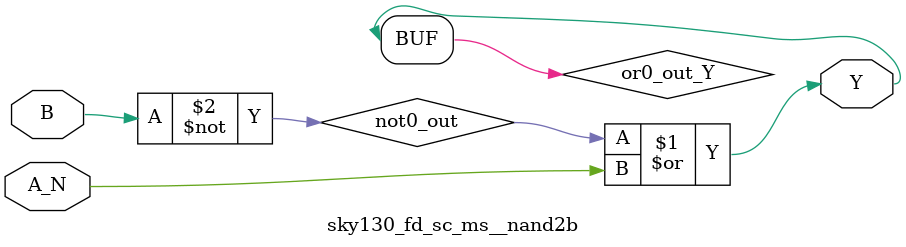
<source format=v>
/*
 * Copyright 2020 The SkyWater PDK Authors
 *
 * Licensed under the Apache License, Version 2.0 (the "License");
 * you may not use this file except in compliance with the License.
 * You may obtain a copy of the License at
 *
 *     https://www.apache.org/licenses/LICENSE-2.0
 *
 * Unless required by applicable law or agreed to in writing, software
 * distributed under the License is distributed on an "AS IS" BASIS,
 * WITHOUT WARRANTIES OR CONDITIONS OF ANY KIND, either express or implied.
 * See the License for the specific language governing permissions and
 * limitations under the License.
 *
 * SPDX-License-Identifier: Apache-2.0
*/


`ifndef SKY130_FD_SC_MS__NAND2B_FUNCTIONAL_V
`define SKY130_FD_SC_MS__NAND2B_FUNCTIONAL_V

/**
 * nand2b: 2-input NAND, first input inverted.
 *
 * Verilog simulation functional model.
 */

`timescale 1ns / 1ps
`default_nettype none

`celldefine
module sky130_fd_sc_ms__nand2b (
    Y  ,
    A_N,
    B
);

    // Module ports
    output Y  ;
    input  A_N;
    input  B  ;

    // Local signals
    wire not0_out ;
    wire or0_out_Y;

    //  Name  Output     Other arguments
    not not0 (not0_out , B              );
    or  or0  (or0_out_Y, not0_out, A_N  );
    buf buf0 (Y        , or0_out_Y      );

endmodule
`endcelldefine

`default_nettype wire
`endif  // SKY130_FD_SC_MS__NAND2B_FUNCTIONAL_V
</source>
